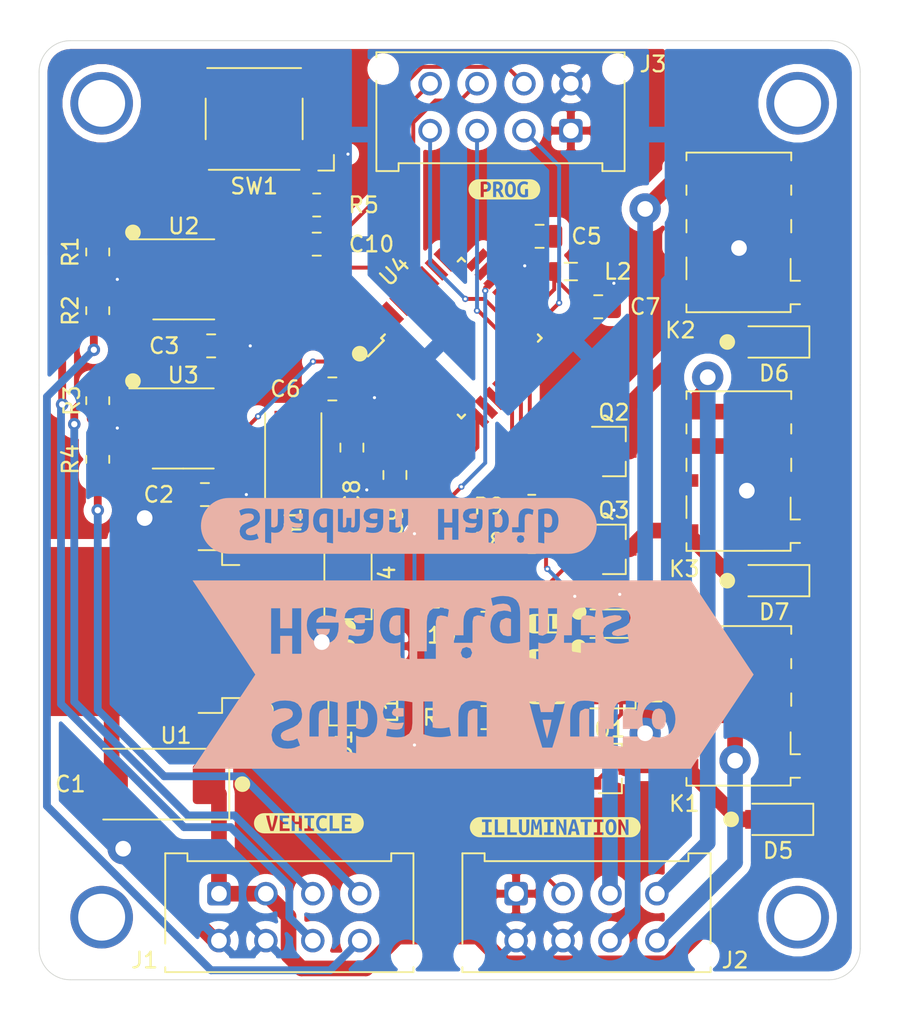
<source format=kicad_pcb>
(kicad_pcb (version 20211014) (generator pcbnew)
  (title_block (title "Subaru Auto Headlights PCB") (date "2021-08-30") (company "Shadman Habib"))
  (layers (0 "F.Cu" signal) (31 "B.Cu" signal) (34 "B.Paste" user) (35 "F.Paste" user) (36 "B.SilkS" user "B.Silkscreen") (37 "F.SilkS" user "F.Silkscreen") (38 "B.Mask" user) (39 "F.Mask" user) (44 "Edge.Cuts" user))
  (net 0 "")
  (net 1 "GND")
  (net 2 "+12V")
  (net 3 "+3V3")
  (net 4 "Net-(C5-Pad1)")
  (net 5 "Net-(C7-Pad2)")
  (net 6 "Net-(C8-Pad2)")
  (net 7 "Net-(C9-Pad2)")
  (net 8 "Net-(C10-Pad2)")
  (net 9 "RST")
  (net 10 "Net-(D1-Pad1)")
  (net 11 "Net-(D2-Pad2)")
  (net 12 "Net-(D3-Pad2)")
  (net 13 "Net-(D4-Pad2)")
  (net 14 "/UNLOCK_IN")
  (net 15 "/LOCK_IN")
  (net 16 "/MODE_IN")
  (net 17 "/IGN_IN")
  (net 18 "/PS_NC")
  (net 19 "/PS_COM")
  (net 20 "/PL")
  (net 21 "/HL")
  (net 22 "/LIGHT")
  (net 23 "/SCL")
  (net 24 "/SDA")
  (net 25 "/MISO")
  (net 26 "/MOSI")
  (net 27 "/SCK")
  (net 28 "Net-(K2-Pad2)")
  (net 29 "Net-(K2-Pad7)")
  (net 30 "Net-(K3-Pad2)")
  (net 31 "Net-(K3-Pad7)")
  (net 32 "Net-(Q1-Pad1)")
  (net 33 "Net-(Q2-Pad1)")
  (net 34 "Net-(Q3-Pad1)")
  (net 35 "Net-(R1-Pad1)")
  (net 36 "Net-(R2-Pad1)")
  (net 37 "Net-(R3-Pad1)")
  (net 38 "Net-(R4-Pad1)")
  (net 39 "PARK_SW")
  (net 40 "HEADLIGHT_SW")
  (net 41 "PARKLIGHT_SW")
  (net 42 "/LOCK")
  (net 43 "/UNLOCK")
  (net 44 "/IGN")
  (net 45 "/MODE")
  (net 46 "Net-(U4-Pad31)")
  (net 47 "Net-(U4-Pad30)")
  (net 48 "Net-(U4-Pad26)")
  (net 49 "Net-(U4-Pad25)")
  (net 50 "Net-(U4-Pad24)")
  (net 51 "Net-(U4-Pad23)")
  (net 52 "Net-(U4-Pad19)")
  (net 53 "Net-(U4-Pad11)")
  (net 54 "Net-(U4-Pad10)")
  (net 55 "Net-(U4-Pad6)")
  (net 56 "Net-(U4-Pad3)")
  (net 57 "Net-(D5-Pad2)")
  (net 58 "Net-(D6-Pad2)")
  (net 59 "Net-(D7-Pad2)")
  (footprint "Capacitor_Tantalum_SMD:CP_EIA-7343-31_Kemet-D" (layer "F.Cu") (at 127.75 107.5 180)
    (fp_text reference "C1")
    (fp_text value "220uF")
  )
  (footprint "Capacitor_SMD:C_0805_2012Metric" (layer "F.Cu") (at 130.6 89 180)
    (fp_text reference "C2")
    (fp_text value "0.1uF")
  )
  (footprint "Capacitor_SMD:C_0805_2012Metric" (layer "F.Cu") (at 131 79.5 180)
    (fp_text reference "C3")
    (fp_text value "0.1uF")
  )
  (footprint "Capacitor_Tantalum_SMD:CP_EIA-3528-21_Kemet-B" (layer "F.Cu") (at 139.75 94.5 90)
    (fp_text reference "C4")
    (fp_text value "100uF")
  )
  (footprint "Capacitor_SMD:C_0805_2012Metric" (layer "F.Cu") (at 152 72.5 180)
    (fp_text reference "C5")
    (fp_text value "0.1uF")
  )
  (footprint "Capacitor_SMD:C_0805_2012Metric" (layer "F.Cu") (at 138.75 82.25)
    (fp_text reference "C6")
    (fp_text value "0.1uF")
  )
  (footprint "Capacitor_SMD:C_0805_2012Metric" (layer "F.Cu") (at 155.75 77 180)
    (fp_text reference "C7")
    (fp_text value "0.1uF")
  )
  (footprint "Capacitor_SMD:C_0805_2012Metric" (layer "F.Cu") (at 140 86 90)
    (fp_text reference "C8")
    (fp_text value "22pF")
  )
  (footprint "Capacitor_SMD:C_0805_2012Metric" (layer "F.Cu") (at 142.75 87.75 90)
    (fp_text reference "C9")
    (fp_text value "22pF")
  )
  (footprint "Capacitor_SMD:C_0805_2012Metric" (layer "F.Cu") (at 137.75 73 180)
    (fp_text reference "C10")
    (fp_text value "0.1uF")
  )
  (footprint "Diode_SMD:D_SOD-123" (layer "F.Cu") (at 139.5 101.5 90)
    (fp_text reference "D1")
    (fp_text value "B340")
  )
  (footprint "LED_SMD:LED_0805_2012Metric_Castellated" (layer "F.Cu") (at 156.25 101.75 180)
    (fp_text reference "D2")
    (fp_text value "LED")
  )
  (footprint "LED_SMD:LED_0805_2012Metric_Castellated" (layer "F.Cu") (at 156.25 97.25 180)
    (fp_text reference "D3")
    (fp_text value "LED")
  )
  (footprint "LED_SMD:LED_0805_2012Metric_Castellated" (layer "F.Cu") (at 156.25 99.5 180)
    (fp_text reference "D4")
    (fp_text value "LED")
  )
  (footprint "Connector_Molex:Molex_Micro-Fit_3.0_43045-0812_2x04_P3.00mm_Vertical" (layer "F.Cu") (at 131.5 114.5)
    (fp_text reference "J1")
    (fp_text value "Conn_01x08")
  )
  (footprint "Connector_Molex:Molex_Micro-Fit_3.0_43045-0812_2x04_P3.00mm_Vertical" (layer "F.Cu") (at 150.5 114.5)
    (fp_text reference "J2")
    (fp_text value "Conn_01x08")
  )
  (footprint "Connector_Molex:Molex_Micro-Fit_3.0_43045-0812_2x04_P3.00mm_Vertical" (layer "F.Cu") (at 154 65.75 180)
    (fp_text reference "J3")
    (fp_text value "Conn_01x08")
  )
  (footprint "Relay_SMD:Relay_DPDT_Omron_G6K-2F-Y" (layer "F.Cu") (at 164.75 102.5 180)
    (fp_text reference "K1")
    (fp_text value "G6K-2")
  )
  (footprint "Relay_SMD:Relay_DPDT_Omron_G6K-2F-Y" (layer "F.Cu") (at 164.75 72.25 180)
    (fp_text reference "K2")
    (fp_text value "G6K-2")
  )
  (footprint "Relay_SMD:Relay_DPDT_Omron_G6K-2F-Y" (layer "F.Cu") (at 164.75 87.5 180)
    (fp_text reference "K3")
    (fp_text value "G6K-2")
  )
  (footprint "Inductor_SMD:L_0805_2012Metric" (layer "F.Cu") (at 142.5 99.75 90)
    (fp_text reference "L1")
    (fp_text value "100uH")
  )
  (footprint "Inductor_SMD:L_0805_2012Metric" (layer "F.Cu") (at 154 74.75 180)
    (fp_text reference "L2")
    (fp_text value "10uH")
  )
  (footprint "Resistor_SMD:R_0805_2012Metric" (layer "F.Cu") (at 123.75 73.5 90)
    (fp_text reference "R1")
    (fp_text value "1k")
  )
  (footprint "Resistor_SMD:R_0805_2012Metric" (layer "F.Cu") (at 123.75 77.25 -90)
    (fp_text reference "R2")
    (fp_text value "1k")
  )
  (footprint "Resistor_SMD:R_0805_2012Metric" (layer "F.Cu") (at 123.75 83 90)
    (fp_text reference "R3")
    (fp_text value "1k")
  )
  (footprint "Resistor_SMD:R_0805_2012Metric" (layer "F.Cu") (at 123.75 86.75 -90)
    (fp_text reference "R4")
    (fp_text value "1k")
  )
  (footprint "Resistor_SMD:R_0805_2012Metric" (layer "F.Cu") (at 137.75 70.5 180)
    (fp_text reference "R5")
    (fp_text value "1k")
  )
  (footprint "Resistor_SMD:R_0805_2012Metric" (layer "F.Cu") (at 148.5 101)
    (fp_text reference "R6")
    (fp_text value "330")
  )
  (footprint "Resistor_SMD:R_0805_2012Metric" (layer "F.Cu") (at 148.5 103.25 180)
    (fp_text reference "R7")
    (fp_text value "1k")
  )
  (footprint "Resistor_SMD:R_0805_2012Metric" (layer "F.Cu") (at 151.5 92)
    (fp_text reference "R8")
    (fp_text value "330")
  )
  (footprint "Resistor_SMD:R_0805_2012Metric" (layer "F.Cu") (at 151.5 89.75 180)
    (fp_text reference "R9")
    (fp_text value "1k")
  )
  (footprint "Resistor_SMD:R_0805_2012Metric" (layer "F.Cu") (at 148.55 98.05)
    (fp_text reference "R10")
    (fp_text value "330")
  )
  (footprint "Resistor_SMD:R_0805_2012Metric" (layer "F.Cu") (at 148.5 95.75 180)
    (fp_text reference "R11")
    (fp_text value "1k")
  )
  (footprint "Button_Switch_SMD:SW_SPST_Omron_B3FS-100xP" (layer "F.Cu") (at 133.75 65 180)
    (fp_text reference "SW1")
    (fp_text value "SW_DPST_x2")
  )
  (footprint "Package_TO_SOT_SMD:TO-263-5_TabPin3" (layer "F.Cu") (at 128.75 97.75 180)
    (fp_text reference "U1")
    (fp_text value "LM2595S-3.3")
  )
  (footprint "Package_SO:SO-8_3.9x4.9mm_P1.27mm" (layer "F.Cu") (at 129.25 75.25)
    (fp_text reference "U2")
    (fp_text value "TLP2168(TP,F)")
  )
  (footprint "Package_SO:SO-8_3.9x4.9mm_P1.27mm" (layer "F.Cu") (at 129.215001 84.775001)
    (fp_text reference "U3")
    (fp_text value "TLP2168(TP,F)")
  )
  (footprint "Package_QFP:TQFP-32_7x7mm_P0.8mm" (layer "F.Cu") (at 147 79 45)
    (fp_text reference "U4")
    (fp_text value "ATmega328PB-AU")
  )
  (footprint "Crystal:Crystal_SMD_5032-2Pin_5.0x3.2mm" (layer "F.Cu") (at 136.25 86.5 90)
    (fp_text reference "Y1")
    (fp_text value "8MHz")
  )
  (footprint "Diode_SMD:D_SOD-123" (layer "F.Cu") (at 167.25 109.75 180)
    (fp_text reference "D5")
    (fp_text value "D")
  )
  (footprint "Diode_SMD:D_SOD-123" (layer "F.Cu") (at 167 79.25 180)
    (fp_text reference "D6")
    (fp_text value "D")
  )
  (footprint "Diode_SMD:D_SOD-123" (layer "F.Cu") (at 167 94.5 180)
    (fp_text reference "D7")
    (fp_text value "D")
  )
  (footprint "Package_TO_SOT_SMD:SOT-23" (layer "F.Cu") (at 156.5 106.5)
    (fp_text reference "Q1")
    (fp_text value "2N7002")
  )
  (footprint "Package_TO_SOT_SMD:SOT-23" (layer "F.Cu") (at 156.75 86.25)
    (fp_text reference "Q2")
    (fp_text value "2N7002")
  )
  (footprint "Package_TO_SOT_SMD:SOT-23" (layer "F.Cu") (at 156.75 92.5)
    (fp_text reference "Q3")
    (fp_text value "2N7002")
  )
  (footprint "label" (layer "F.Cu") (at 152.5 97.25)
    (fp_text reference "kibuzzard-612DA640" hide)
    (fp_text value "G***" hide)
  )
  (footprint "label" (layer "F.Cu") (at 152.5 99.5)
    (fp_text reference "kibuzzard-612DA65A" hide)
    (fp_text value "G***" hide)
  )
  (footprint "label" (layer "F.Cu") (at 152.5 101.75)
    (fp_text reference "kibuzzard-612DA66E" hide)
    (fp_text value "G***" hide)
  )
  (footprint "label" (layer "F.Cu") (at 137.25 110)
    (fp_text reference "kibuzzard-612DA6C3" hide)
    (fp_text value "G***" hide)
  )
  (footprint "label" (layer "F.Cu") (at 153 110.25)
    (fp_text reference "kibuzzard-612DA6E7" hide)
    (fp_text value "G***" hide)
  )
  (footprint "label" (layer "F.Cu") (at 149.75 69.5)
    (fp_text reference "kibuzzard-612DA714" hide)
    (fp_text value "G***" hide)
  )
  (footprint "label" (layer "B.Cu") (at 147.75 100.5)
    (fp_text reference "kibuzzard-612DA797" hide)
    (fp_text value "G***" hide)
  )
  (footprint "label" (layer "B.Cu") (at 143 91)
    (fp_text reference "kibuzzard-612DA7BB" hide)
    (fp_text value "G***" hide)
  )
  (gr_circle (center 154.5 101) (end 154.75 101) (layer "F.SilkS") (width 0.5) (fill none))
  (gr_circle (center 133 107.5) (end 133.25 107.5) (layer "F.SilkS") (width 0.5) (fill none))
  (gr_circle (center 134.5 102.75) (end 134.75 102.75) (layer "F.SilkS") (width 0.5) (fill none))
  (gr_circle (center 164 94.5) (end 164.25 94.5) (layer "F.SilkS") (width 0.5) (fill none))
  (gr_circle (center 139.75 98.75) (end 140 98.75) (layer "F.SilkS") (width 0.5) (fill none))
  (gr_circle (center 140.5 80) (end 140.75 80) (layer "F.SilkS") (width 0.5) (fill none))
  (gr_circle (center 126 81.75) (end 126.25 81.75) (layer "F.SilkS") (width 0.5) (fill none))
  (gr_circle (center 164 79.25) (end 164.25 79.25) (layer "F.SilkS") (width 0.5) (fill none))
  (gr_circle (center 154.5 96.5) (end 154.75 96.5) (layer "F.SilkS") (width 0.5) (fill none))
  (gr_circle (center 139.75 97.5) (end 140 97.5) (layer "F.SilkS") (width 0.5) (fill none))
  (gr_circle (center 164.25 109.75) (end 164.5 109.75) (layer "F.SilkS") (width 0.5) (fill none))
  (gr_circle (center 154.5 98.75) (end 154.75 98.75) (layer "F.SilkS") (width 0.5) (fill none))
  (gr_circle (center 126 72.25) (end 126.25 72.25) (layer "F.SilkS") (width 0.5) (fill none))
  (gr_line (start 172.5 118) (end 172.5 82) (layer "Edge.Cuts") (width 0.05))
  (gr_line (start 120 82) (end 120 118) (layer "Edge.Cuts") (width 0.05))
  (gr_line (start 172.5 62) (end 172.5 82) (layer "Edge.Cuts") (width 0.05))
  (gr_line (start 120 82) (end 120 62) (layer "Edge.Cuts") (width 0.05))
  (gr_line (start 170 60) (end 122 60) (layer "Edge.Cuts") (width 0.05))
  (gr_line (start 170.5 60) (end 170 60) (layer "Edge.Cuts") (width 0.05))
  (gr_line (start 170.5 120) (end 122 120) (layer "Edge.Cuts") (width 0.05))
  (gr_arc (start 170.5 60) (mid 171.914214 60.585786) (end 172.5 62) (layer "Edge.Cuts") (width 0.05))
  (gr_arc (start 172.5 118) (mid 171.914214 119.414214) (end 170.5 120) (layer "Edge.Cuts") (width 0.05))
  (gr_arc (start 120 62) (mid 120.585786 60.585786) (end 122 60) (layer "Edge.Cuts") (width 0.05))
  (gr_arc (start 122 120) (mid 120.585786 119.414214) (end 120 118) (layer "Edge.Cuts") (width 0.05))
  (via (at 124 64) (size 4) (drill 3) (layers "F.Cu" "B.Cu") (net 0))
  (via (at 168.5 116) (size 4) (drill 3) (layers "F.Cu" "B.Cu") (net 0))
  (via (at 168.5 64) (size 4) (drill 3) (layers "F.Cu" "B.Cu") (net 0))
  (via (at 124 116) (size 4) (drill 3) (layers "F.Cu" "B.Cu") (net 0))
  (segment (start 125.375 111.625) (end 131.25 117.5) (width 1) (layer "F.Cu") (net 1))
  (segment (start 138.075 98.425) (end 137.4 97.75) (width 1) (layer "F.Cu") (net 1))
  (segment (start 140.95 88.7) (end 142.75 88.7) (width 0.25) (layer "F.Cu") (net 1))
  (segment (start 151.05 74.384314) (end 149.722361 75.711953) (width 0.25) (layer "F.Cu") (net 1))
  (segment (start 141.442489 82.807511) (end 143.758175 82.807511) (width 0.25) (layer "F.Cu") (net 1))
  (segment (start 156.75 90) (end 156.75 92.45) (width 0.25) (layer "F.Cu") (net 1))
  (segment (start 157.125 95.375) (end 157.2125 95.4625) (width 0.25) (layer "F.Cu") (net 1))
  (segment (start 125.375 97.75) (end 134.525 97.75) (width 1) (layer "F.Cu") (net 1))
  (segment (start 156.5 106.45) (end 155.5 107.45) (width 0.25) (layer "F.Cu") (net 1))
  (segment (start 124.6375 107.5) (end 124.6375 98.4875) (width 1) (layer "F.Cu") (net 1))
  (segment (start 140 86.95) (end 140 87.75) (width 0.25) (layer "F.Cu") (net 1))
  (segment (start 164.9 85.9) (end 164.9 88.4) (width 1) (layer "F.Cu") (net 1))
  (segment (start 156.75 92.45) (end 155.75 93.45) (width 0.25) (layer "F.Cu") (net 1))
  (segment (start 140 87.75) (end 140.95 88.7) (width 0.25) (layer "F.Cu") (net 1))
  (segment (start 131.55 89) (end 131.55 86.920002) (width 0.25) (layer "F.Cu") (net 1))
  (segment (start 151.05 72.5) (end 151.05 74.384314) (width 0.25) (layer "F.Cu") (net 1))
  (segment (start 126.640001 85.410001) (end 126.640001 84.140001) (width 0.25) (layer "F.Cu") (net 1))
  (segment (start 157.2125 97.25) (end 157.2125 99.5) (width 0.25) (layer "F.Cu") (net 1))
  (segment (start 164.6 70.65) (end 164.6 73.1) (width 1) (layer "F.Cu") (net 1))
  (segment (start 131.25 117.5) (end 131.5 117.5) (width 1) (layer "F.Cu") (net 1))
  (segment (start 131.95 79.5) (end 133.5 79.5) (width 0.25) (layer "F.Cu") (net 1))
  (segment (start 157.2125 99.5) (end 157.2125 101.75) (width 0.25) (layer "F.Cu") (net 1))
  (segment (start 137.5375 92.9625) (end 139.75 92.9625) (width 1) (layer "F.Cu") (net 1))
  (segment (start 131.55 89) (end 133.25 89) (width 0.25) (layer "F.Cu") (net 1))
  (segment (start 126.675 74.615) (end 125.635 74.615) (width 0.25) (layer "F.Cu") (net 1))
  (segment (start 151.05 74.384314) (end 151.05 74.384314) (width 0.25) (layer "F.Cu") (net 1))
  (segment (start 126.675 74.615) (end 126.675 75.885) (width 0.25) (layer "F.Cu") (net 1))
  (segment (start 155.75 87.2) (end 155.75 89) (width 0.25) (layer "F.Cu") (net 1))
  (segment (start 139.5 99.85) (end 138.075 98.425) (width 1) (layer "F.Cu") (net 1))
  (segment (start 155.75 94) (end 157.125 95.375) (width 0.25) (layer "F.Cu") (net 1))
  (segment (start 131.95 79.5) (end 131.95 77.28) (width 0.25) (layer "F.Cu") (net 1))
  (segment (start 168.25 85.9) (end 164.9 85.9) (width 1) (layer "F.Cu") (net 1))
  (segment (start 139.7 82.25) (end 140.257511 82.807511) (width 0.25) (layer "F.Cu") (net 1))
  (segment (start 155.75 89) (end 156.75 90) (width 0.25) (layer "F.Cu") (net 1))
  (segment (start 136.15 94.35) (end 137.5375 92.9625) (width 1) (layer "F.Cu") (net 1))
  (segment (start 125.609999 84.140001) (end 125 84.75) (width 0.25) (layer "F.Cu") (net 1))
  (segment (start 156.7 77) (end 156.7 75.55) (width 0.25) (layer "F.Cu") (net 1))
  (segment (start 131.95 77.28) (end 131.825 77.155) (width 0.25) (layer "F.Cu") (net 1))
  (segment (start 131.55 86.920002) (end 131.790001 86.680001) (width 0.25) (layer "F.Cu") (net 1))
  (segment (start 156.5 103.75) (end 156.5 106.45) (width 0.25) (layer "F.Cu") (net 1))
  (segment (start 164.6 73.1) (end 164.75 73.25) (width 1) (layer "F.Cu") (net 1))
  (segment (start 137.4 97.75) (end 134.525 97.75) (width 1) (layer "F.Cu") (net 1))
  (segment (start 168.25 70.65) (end 164.6 70.65) (width 1) (layer "F.Cu") (net 1))
  (segment (start 156.7 75.55) (end 156.75 75.5) (width 0.25) (layer "F.Cu") (net 1))
  (segment (start 157.2125 103.0375) (end 156.5 103.75) (width 0.25) (layer "F.Cu") (net 1))
  (segment (start 157.2125 101.75) (end 157.2125 103.0375) (width 0.25) (layer "F.Cu") (net 1))
  (segment (start 124.6375 107.5) (end 124.6375 110.8875) (width 1) (layer "F.Cu") (net 1))
  (segment (start 140.257511 82.807511) (end 141.442489 82.807511) (width 0.25) (layer "F.Cu") (net 1))
  (segment (start 126.640001 84.140001) (end 125.609999 84.140001) (width 0.25) (layer "F.Cu") (net 1))
  (segment (start 125.635 74.615) (end 125 75.25) (width 0.25) (layer "F.Cu") (net 1))
  (segment (start 143.758175 82.807511) (end 144.277639 82.288047) (width 0.25) (layer "F.Cu") (net 1))
  (segment (start 164.9 85.9) (end 161.25 85.9) (width 1) (layer "F.Cu") (net 1))
  (segment (start 155.75 93.45) (end 155.75 94) (width 0.25) (layer "F.Cu") (net 1))
  (segment (start 164.6 70.65) (end 161.25 70.65) (width 1) (layer "F.Cu") (net 1))
  (segment (start 125.375 91.875) (end 126.75 90.5) (width 1) (layer "F.Cu") (net 1))
  (segment (start 124.6375 98.4875) (end 125.375 97.75) (width 1) (layer "F.Cu") (net 1))
  (segment (start 125.375 97.75) (end 125.375 91.875) (width 1) (layer "F.Cu") (net 1))
  (segment (start 140.95 88.7) (end 140.95 88.7) (width 0.25) (layer "F.Cu") (net 1))
  (segment (start 164.9 88.4) (end 165.25 88.75) (width 1) (layer "F.Cu") (net 1))
  (segment (start 134.525 94.35) (end 136.15 94.35) (width 1) (layer "F.Cu") (net 1))
  (segment (start 125.375 97.75) (end 128.775 94.35) (width 1) (layer "F.Cu") (net 1))
  (segment (start 124.6375 110.8875) (end 125.375 111.625) (width 1) (layer "F.Cu") (net 1))
  (segment (start 137.75 67.25) (end 139.75 67.25) (width 0.25) (layer "F.Cu") (net 1))
  (segment (start 131.65 86.820002) (end 131.790001 86.680001) (width 0.25) (layer "F.Cu") (net 1))
  (segment (start 156.75 90) (end 156.75 90) (width 0.25) (layer "F.Cu") (net 1))
  (segment (start 157.2125 95.4625) (end 157.2125 97.25) (width 0.25) (layer "F.Cu") (net 1))
  (segment (start 128.775 94.35) (end 134.525 94.35) (width 1) (layer "F.Cu") (net 1))
  (via (at 141.442489 82.807511) (size 0.4) (drill 0.2) (layers "F.Cu" "B.Cu") (net 1))
  (via (at 133.5 79.5) (size 0.4) (drill 0.2) (layers "F.Cu" "B.Cu") (net 1))
  (via (at 151.05 74.384314) (size 0.4) (drill 0.2) (layers "F.Cu" "B.Cu") (net 1))
  (via (at 139.75 67.25) (size 0.4) (drill 0.2) (layers "F.Cu" "B.Cu") (net 1))
  (via (at 125 75.25) (size 0.4) (drill 0.2) (layers "F.Cu" "B.Cu") (net 1))
  (via (at 126.75 90.5) (size 2) (drill 1) (layers "F.Cu" "B.Cu") (net 1))
  (via (at 156.75 90) (size 0.4) (drill 0.2) (layers "F.Cu" "B.Cu") (net 1))
  (via (at 140.95 88.7) (size 0.4) (drill 0.2) (layers "F.Cu" "B.Cu") (net 1))
  (via (at 125 84.75) (size 0.4) (drill 0.2) (layers "F.Cu" "B.Cu") (net 1))
  (via (at 157.125 95.375) (size 0.4) (drill 0.2) (layers "F.Cu" "B.Cu") (net 1))
  (via (at 156.75 75.5) (size 0.4) (drill 0.2) (layers "F.Cu" "B.Cu") (net 1))
  (via (at 133.25 89) (size 0.4) (drill 0.2) (layers "F.Cu" "B.Cu") (net 1))
  (via (at 125.375 111.625) (size 2) (drill 1) (layers "F.Cu" "B.Cu") (net 1))
  (via (at 138.075 98.425) (size 2) (drill 1) (layers "F.Cu" "B.Cu") (net 1))
  (via (at 164.75 73.25) (size 2) (drill 1) (layers "F.Cu" "B.Cu") (net 1))
  (via (at 165.25 88.75) (size 2) (drill 1) (layers "F.Cu" "B.Cu") (net 1))
  (segment (start 146 79) (end 144 81) (width 1) (layer "B.Cu") (net 1))
  (segment (start 154 79) (end 156 81) (width 1) (layer "B.Cu") (net 1))
  (segment (start 142 73) (end 138 73) (width 1) (layer "B.Cu") (net 1))
  (segment (start 142 66) (end 138 66) (width 1) (layer "B.Cu") (net 1))
  (segment (start 158 66) (end 161 66) (width 1) (layer "B.Cu") (net 1))
  (segment (start 130.8625 100.702498) (end 132.114998 99.45) (width 1) (layer "F.Cu") (net 2))
  (segment (start 170.25 89.3) (end 168.25 91.3) (width 1) (layer "F.Cu") (net 2))
  (segment (start 168.25 78.85) (end 168.65 79.25) (width 1) (layer "F.Cu") (net 2))
  (segment (start 134.5 114.5) (end 135.950001 115.950001) (width 1) (layer "F.Cu") (net 2))
  (segment (start 170.5 104.05) (end 168.25 106.3) (width 1) (layer "F.Cu") (net 2))
  (segment (start 135.950001 118.450001) (end 136.77499 119.27499) (width 1) (layer "F.Cu") (net 2))
  (segment (start 149.786003 118.950001) (end 160.213997 118.950001) (width 1) (layer "F.Cu") (net 2))
  (segment (start 168.25 94.1) (end 168.65 94.5) (width 1) (layer "F.Cu") (net 2))
  (segment (start 168.9 110.263998) (end 168.9 109.75) (width 1) (layer "F.Cu") (net 2))
  (segment (start 140.889008 119.27499) (end 142.923999 117.239999) (width 1) (layer "F.Cu") (net 2))
  (segment (start 168.610002 98.7) (end 170.5 100.589998) (width 1) (layer "F.Cu") (net 2))
  (segment (start 130.8625 107.5) (end 130.8625 100.702498) (width 1) (layer "F.Cu") (net 2))
  (segment (start 148.076001 117.239999) (end 149.786003 118.950001) (width 1) (layer "F.Cu") (net 2))
  (segment (start 168.25 109.1) (end 168.9 109.75) (width 1) (layer "F.Cu") (net 2))
  (segment (start 170.5 100.589998) (end 170.5 104.05) (width 1) (layer "F.Cu") (net 2))
  (segment (start 161.25 98.7) (end 168.25 98.7) (width 1) (layer "F.Cu") (net 2))
  (segment (start 168.25 76.05) (end 168.25 78.85) (width 1) (layer "F.Cu") (net 2))
  (segment (start 168.25 91.3) (end 168.25 94.1) (width 1) (layer "F.Cu") (net 2))
  (segment (start 136.77499 119.27499) (end 140.889008 119.27499) (width 1) (layer "F.Cu") (net 2))
  (segment (start 134.5 114.5) (end 131.5 114.5) (width 1) (layer "F.Cu") (net 2))
  (segment (start 168.65 98.3) (end 168.25 98.7) (width 1) (layer "F.Cu") (net 2))
  (segment (start 135.950001 115.950001) (end 135.950001 118.450001) (width 1) (layer "F.Cu") (net 2))
  (segment (start 168.65 94.5) (end 168.75 94.5) (width 1) (layer "F.Cu") (net 2))
  (segment (start 142.923999 117.239999) (end 148.076001 117.239999) (width 1) (layer "F.Cu") (net 2))
  (segment (start 131.5 114.5) (end 131.5 108.1375) (width 1) (layer "F.Cu") (net 2))
  (segment (start 168.25 98.7) (end 168.610002 98.7) (width 1) (layer "F.Cu") (net 2))
  (segment (start 168.25 106.3) (end 168.25 109.1) (width 1) (layer "F.Cu") (net 2))
  (segment (start 168.65 79.25) (end 170.25 80.85) (width 1) (layer "F.Cu") (net 2))
  (segment (start 168.65 94.5) (end 168.65 98.3) (width 1) (layer "F.Cu") (net 2))
  (segment (start 170.25 80.85) (end 170.25 89.3) (width 1) (layer "F.Cu") (net 2))
  (segment (start 132.114998 99.45) (end 134.525 99.45) (width 1) (layer "F.Cu") (net 2))
  (segment (start 160.213997 118.950001) (end 168.9 110.263998) (width 1) (layer "F.Cu") (net 2))
  (segment (start 131.5 108.1375) (end 130.8625 107.5) (width 1) (layer "F.Cu") (net 2))
  (segment (start 141.605416 82.241826) (end 142.909662 82.241826) (width 0.25) (layer "F.Cu") (net 3))
  (segment (start 137.8 82.25) (end 138.85001 81.19999) (width 0.25) (layer "F.Cu") (net 3))
  (segment (start 142.909662 82.241826) (end 143.429127 81.722361) (width 0.25) (layer "F.Cu") (net 3))
  (segment (start 138.85001 81.19999) (end 140.56358 81.19999) (width 0.25) (layer "F.Cu") (net 3))
  (segment (start 143.429127 81.722361) (end 143.711953 81.722361) (width 0.25) (layer "F.Cu") (net 3))
  (segment (start 140.56358 81.19999) (end 141.605416 82.241826) (width 0.25) (layer "F.Cu") (net 3))
  (segment (start 151.75 74.815686) (end 150.288047 76.277639) (width 0.25) (layer "F.Cu") (net 4))
  (segment (start 151.75 73.7) (end 151.75 74.815686) (width 0.25) (layer "F.Cu") (net 4))
  (segment (start 152.95 72.5) (end 151.75 73.7) (width 0.25) (layer "F.Cu") (net 4))
  (segment (start 152.9375 75.890927) (end 152.9375 74.75) (width 0.25) (layer "F.Cu") (net 5))
  (segment (start 154.8 77) (end 152.9375 75.1375) (width 0.25) (layer "F.Cu") (net 5))
  (segment (start 152.9375 75.1375) (end 152.9375 74.75) (width 0.25) (layer "F.Cu") (net 5))
  (segment (start 151.419417 77.40901) (end 152.9375 75.890927) (width 0.25) (layer "F.Cu") (net 5))
  (segment (start 143.778427 85.05) (end 145.40901 83.419417) (width 0.25) (layer "F.Cu") (net 6))
  (segment (start 140 85.05) (end 136.65 85.05) (width 0.25) (layer "F.Cu") (net 6))
  (segment (start 136.65 85.05) (end 136.25 84.65) (width 0.25) (layer "F.Cu") (net 6))
  (segment (start 140 85.05) (end 143.778427 85.05) (width 0.25) (layer "F.Cu") (net 6))
  (segment (start 145.974695 83.985103) (end 143.159798 86.8) (width 0.25) (layer "F.Cu") (net 7))
  (segment (start 138.6 86) (end 136.25 88.35) (width 0.25) (layer "F.Cu") (net 7))
  (segment (start 142.75 86.8) (end 141.95 86) (width 0.25) (layer "F.Cu") (net 7))
  (segment (start 141.95 86) (end 138.6 86) (width 0.25) (layer "F.Cu") (net 7))
  (segment (start 143.159798 86.8) (end 142.75 86.8) (width 0.25) (layer "F.Cu") (net 7))
  (segment (start 133.5875 67.25) (end 136.8375 70.5) (width 0.25) (layer "F.Cu") (net 8))
  (segment (start 138.3 74.5) (end 141.934314 74.5) (width 0.25) (layer "F.Cu") (net 8))
  (segment (start 136.8375 70.5) (end 136.8375 72.9625) (width 0.25) (layer "F.Cu") (net 8))
  (segment (start 129.75 67.25) (end 133.5875 67.25) (width 0.25) (layer "F.Cu") (net 8))
  (segment (start 141.934314 74.5) (end 143.711953 76.277639) (width 0.25) (layer "F.Cu") (net 8))
  (segment (start 136.8375 72.9625) (end 136.8 73) (width 0.25) (layer "F.Cu") (net 8))
  (segment (start 136.8 73) (end 138.3 74.5) (width 0.25) (layer "F.Cu") (net 8))
  (segment (start 142.75 68.95) (end 138.7 73) (width 0.25) (layer "F.Cu") (net 9))
  (segment (start 144.483999 61.674999) (end 142.75 63.408998) (width 0.25) (layer "F.Cu") (net 9))
  (segment (start 151 62.75) (end 149.924999 61.674999) (width 0.25) (layer "F.Cu") (net 9))
  (segment (start 142.75 63.408998) (end 142.75 68.95) (width 0.25) (layer "F.Cu") (net 9))
  (segment (start 149.924999 61.674999) (end 144.483999 61.674999) (width 0.25) (layer "F.Cu") (net 9))
  (segment (start 140.1625 103.15) (end 142.5 100.8125) (width 1) (layer "F.Cu") (net 10))
  (segment (start 134.525 101.15) (end 137.5 101.15) (width 1) (layer "F.Cu") (net 10))
  (segment (start 137.5 101.15) (end 139.5 103.15) (width 1) (layer "F.Cu") (net 10))
  (segment (start 139.5 103.15) (end 140.1625 103.15) (width 1) (layer "F.Cu") (net 10))
  (segment (start 149.4125 101) (end 154.5375 101) (width 0.25) (layer "F.Cu") (net 11))
  (segment (start 154.5375 101) (end 155.2875 101.75) (width 0.25) (layer "F.Cu") (net 11))
  (segment (start 154.25 96.2125) (end 155.2875 97.25) (width 0.25) (layer "F.Cu") (net 12))
  (segment (start 152.4125 92) (end 152.4125 93.6625) (width 0.25) (layer "F.Cu") (net 12))
  (segment (start 152.4125 93.6625) (end 152.5 93.75) (width 0.25) (layer "F.Cu") (net 12))
  (segment (start 154.25 95.5) (end 154.25 96.2125) (width 0.25) (layer "F.Cu") (net 12))
  (via (at 154.25 95.5) (size 0.4) (drill 0.2) (layers "F.Cu" "B.Cu") (net 12))
  (via (at 152.5 93.75) (size 0.4) (drill 0.2) (layers "F.Cu" "B.Cu") (net 12))
  (segment (start 152.5 93.75) (end 154.25 95.5) (width 0.25) (layer "B.Cu") (net 12))
  (segment (start 149.4625 98.05) (end 153.8375 98.05) (width 0.25) (layer "F.Cu") (net 13))
  (segment (start 153.8375 98.05) (end 155.2875 99.5) (width 0.25) (layer "F.Cu") (net 13))
  (segment (start 123.5 79.75) (end 123.5 78.4125) (width 0.5) (layer "F.Cu") (net 14))
  (segment (start 123.5 78.4125) (end 123.75 78.1625) (width 0.5) (layer "F.Cu") (net 14))
  (via (at 123.5 79.75) (size 0.8) (drill 0.4) (layers "F.Cu" "B.Cu") (net 14))
  (segment (start 138.609999 119.390001) (end 130.993999 119.390001) (width 0.5) (layer "B.Cu") (net 14))
  (segment (start 140.5 117.5) (end 138.609999 119.390001) (width 0.5) (layer "B.Cu") (net 14))
  (segment (start 120.5 82.75) (end 123.5 79.75) (width 0.5) (layer "B.Cu") (net 14))
  (segment (start 120.5 108.896002) (end 120.5 82.75) (width 0.5) (layer "B.Cu") (net 14))
  (segment (start 130.993999 119.390001) (end 120.5 108.896002) (width 0.5) (layer "B.Cu") (net 14))
  (segment (start 122.9125 72.5875) (end 123.75 72.5875) (width 0.5) (layer "F.Cu") (net 15))
  (segment (start 121.474866 83.23869) (end 121.474866 74.025134) (width 0.5) (layer "F.Cu") (net 15))
  (segment (start 121.474866 74.025134) (end 122.9125 72.5875) (width 0.5) (layer "F.Cu") (net 15))
  (via (at 121.474866 83.23869) (size 0.8) (drill 0.4) (layers "F.Cu" "B.Cu") (net 15))
  (segment (start 121.399999 102.379924) (end 121.399999 83.313557) (width 0.5) (layer "B.Cu") (net 15))
  (segment (start 136 114) (end 132.25 110.25) (width 0.5) (layer "B.Cu") (net 15))
  (segment (start 137.5 117.5) (end 136 116) (width 0.5) (layer "B.Cu") (net 15))
  (segment (start 136 116) (end 136 114) (width 0.5) (layer "B.Cu") (net 15))
  (segment (start 129.270075 110.25) (end 121.399999 102.379924) (width 0.5) (layer "B.Cu") (net 15))
  (segment (start 132.25 110.25) (end 129.270075 110.25) (width 0.5) (layer "B.Cu") (net 15))
  (segment (start 121.399999 83.313557) (end 121.474866 83.23869) (width 0.5) (layer "B.Cu") (net 15))
  (segment (start 123.75 90) (end 123.75 87.6625) (width 0.5) (layer "F.Cu") (net 16))
  (via (at 123.75 90) (size 0.8) (drill 0.4) (layers "F.Cu" "B.Cu") (net 16))
  (segment (start 133 107) (end 128 107) (width 0.5) (layer "B.Cu") (net 16))
  (segment (start 123.75 102.75) (end 123.75 90) (width 0.5) (layer "B.Cu") (net 16))
  (segment (start 128 107) (end 123.75 102.75) (width 0.5) (layer "B.Cu") (net 16))
  (segment (start 140.5 114.5) (end 133 107) (width 0.5) (layer "B.Cu") (net 16))
  (segment (start 122.25 83.5875) (end 123.75 82.0875) (width 0.5) (layer "F.Cu") (net 17))
  (segment (start 122.25 84.5) (end 122.25 83.5875) (width 0.5) (layer "F.Cu") (net 17))
  (via (at 122.25 84.5) (size 0.8) (drill 0.4) (layers "F.Cu" "B.Cu") (net 17))
  (segment (start 122.25 84.5) (end 122.25 102.239962) (width 0.5) (layer "B.Cu") (net 17))
  (segment (start 137.5 114.5) (end 132.5 109.5) (width 0.5) (layer "B.Cu") (net 17))
  (segment (start 129.510038 109.5) (end 132.5 109.5) (width 0.5) (layer "B.Cu") (net 17))
  (segment (start 122.25 102.239962) (end 129.510038 109.5) (width 0.5) (layer "B.Cu") (net 17))
  (segment (start 168.25 103.1) (end 164.6 103.1) (width 1) (layer "F.Cu") (net 18))
  (segment (start 164.6 103.1) (end 161.25 103.1) (width 1) (layer "F.Cu") (net 18))
  (segment (start 164.5 106) (end 164.5 103.2) (width 1) (layer "F.Cu") (net 18))
  (via (at 164.5 106) (size 2) (drill 1) (layers "F.Cu" "B.Cu") (net 18))
  (segment (start 159.5 117.5) (end 164.5 112.5) (width 1) (layer "B.Cu") (net 18))
  (segment (start 164.5 112.5) (end 164.5 106) (width 1) (layer "B.Cu") (net 18))
  (segment (start 158.75 104.25) (end 158.75 102.835787) (width 1) (layer "F.Cu") (net 19))
  (segment (start 158.75 102.835787) (end 160.685787 100.9) (width 1) (layer "F.Cu") (net 19))
  (segment (start 168.25 100.9) (end 161.25 100.9) (width 1) (layer "F.Cu") (net 19))
  (segment (start 160.685787 100.9) (end 161.25 100.9) (width 1) (layer "F.Cu") (net 19))
  (via (at 158.75 104.25) (size 2) (drill 1) (layers "F.Cu" "B.Cu") (net 19))
  (segment (start 156.5 117.5) (end 157.950001 116.049999) (width 1) (layer "B.Cu") (net 19))
  (segment (start 157.950001 105.049999) (end 158.75 104.25) (width 1) (layer "B.Cu") (net 19))
  (segment (start 157.950001 116.049999) (end 157.950001 105.049999) (width 1) (layer "B.Cu") (net 19))
  (segment (start 162.75 82.2) (end 161.25 83.7) (width 1) (layer "F.Cu") (net 20))
  (segment (start 168.25 83.7) (end 161.25 83.7) (width 1) (layer "F.Cu") (net 20))
  (segment (start 162.75 81.5) (end 162.75 82.2) (width 1) (layer "F.Cu") (net 20))
  (via (at 162.75 81.5) (size 2) (drill 1) (layers "F.Cu" "B.Cu") (net 20))
  (segment (start 159.5 114.5) (end 162.75 111.25) (width 1) (layer "B.Cu") (net 20))
  (segment (start 162.75 111.25) (end 162.75 81.5) (width 1) (layer "B.Cu") (net 20))
  (segment (start 158.75 70.75) (end 161.05 68.45) (width 1) (layer "F.Cu") (net 21))
  (segment (start 161.05 68.45) (end 161.25 68.45) (width 1) (layer "F.Cu") (net 21))
  (segment (start 168.25 68.45) (end 161.25 68.45) (width 1) (layer "F.Cu") (net 21))
  (via (at 158.75 70.75) (size 2) (drill 1) (layers "F.Cu" "B.Cu") (net 21))
  (segment (start 156.5 114.5) (end 156.5 101.5) (width 1) (layer "B.Cu") (net 21))
  (segment (start 156.5 101.5) (end 158.75 99.25) (width 1) (layer "B.Cu") (net 21))
  (segment (start 158.75 99.25) (end 158.75 70.75) (width 1) (layer "B.Cu") (net 21))
  (segment (start 144 91.5) (end 144 91.5) (width 0.25) (layer "F.Cu") (net 22))
  (segment (start 144 105) (end 153.5 114.5) (width 0.25) (layer "F.Cu") (net 22))
  (segment (start 147 88.5) (end 144 91.5) (width 0.25) (layer "F.Cu") (net 22))
  (segment (start 144 105) (end 144 105) (width 0.25) (layer "F.Cu") (net 22))
  (segment (start 148.525 75.777944) (end 149.156676 75.146268) (width 0.25) (layer "F.Cu") (net 22))
  (segment (start 148.525 75.976688) (end 148.525 75.777944) (width 0.25) (layer "F.Cu") (net 22))
  (via (at 147 88.5) (size 0.4) (drill 0.2) (layers "F.Cu" "B.Cu") (net 22))
  (via (at 144 105) (size 0.4) (drill 0.2) (layers "F.Cu" "B.Cu") (net 22))
  (via (at 148.525 75.976688) (size 0.4) (drill 0.2) (layers "F.Cu" "B.Cu") (net 22))
  (via (at 144 91.5) (size 0.4) (drill 0.2) (layers "F.Cu" "B.Cu") (net 22))
  (segment (start 147 88.5) (end 148.525 86.974998) (width 0.25) (layer "B.Cu") (net 22))
  (segment (start 144 91.5) (end 144 105) (width 0.25) (layer "B.Cu") (net 22))
  (segment (start 148.525 86.974998) (end 148.525 75.976688) (width 0.25) (layer "B.Cu") (net 22))
  (segment (start 143.47499 74.909304) (end 143.47499 64.27501) (width 0.25) (layer "F.Cu") (net 23))
  (segment (start 144.277639 75.711953) (end 143.47499 74.909304) (width 0.25) (layer "F.Cu") (net 23))
  (segment (start 143.47499 64.27501) (end 145 62.75) (width 0.25) (layer "F.Cu") (net 23))
  (segment (start 143.924999 65.233999) (end 145.333997 63.825001) (width 0.25) (layer "F.Cu") (net 24))
  (segment (start 143.924999 74.227943) (end 143.924999 65.233999) (width 0.25) (layer "F.Cu") (net 24))
  (segment (start 144.843324 75.146268) (end 143.924999 74.227943) (width 0.25) (layer "F.Cu") (net 24))
  (segment (start 146.924999 63.825001) (end 148 62.75) (width 0.25) (layer "F.Cu") (net 24))
  (segment (start 145.333997 63.825001) (end 146.924999 63.825001) (width 0.25) (layer "F.Cu") (net 24))
  (segment (start 151.985103 80.025305) (end 148.459798 76.5) (width 0.25) (layer "F.Cu") (net 25))
  (segment (start 148.459798 76.5) (end 147.25 76.5) (width 0.25) (layer "F.Cu") (net 25))
  (via (at 147.25 76.5) (size 0.4) (drill 0.2) (layers "F.Cu" "B.Cu") (net 25))
  (segment (start 145 74.25) (end 145 65.75) (width 0.25) (layer "B.Cu") (net 25))
  (segment (start 147.25 76.5) (end 145 74.25) (width 0.25) (layer "B.Cu") (net 25))
  (segment (start 151.419417 80.59099) (end 148.078427 77.25) (width 0.25) (layer "F.Cu") (net 26))
  (segment (start 148.078427 77.25) (end 148 77.25) (width 0.25) (layer "F.Cu") (net 26))
  (via (at 148 77.25) (size 0.4) (drill 0.2) (layers "F.Cu" "B.Cu") (net 26))
  (segment (start 148 77.25) (end 148 65.75) (width 0.25) (layer "B.Cu") (net 26))
  (segment (start 151.985103 77.974695) (end 152.025305 77.974695) (width 0.25) (layer "F.Cu") (net 27))
  (segment (start 152.025305 77.974695) (end 153.25 76.75) (width 0.25) (layer "F.Cu") (net 27))
  (via (at 153.25 76.75) (size 0.4) (drill 0.2) (layers "F.Cu" "B.Cu") (net 27))
  (segment (start 153.25 68) (end 151 65.75) (width 0.25) (layer "B.Cu") (net 27))
  (segment (start 153.25 76.75) (end 153.25 68) (width 0.25) (layer "B.Cu") (net 27))
  (segment (start 149.4125 103.25) (end 153.2 103.25) (width 0.25) (layer "F.Cu") (net 32))
  (segment (start 153.2 103.25) (end 155.5 105.55) (width 0.25) (layer "F.Cu") (net 32))
  (segment (start 152.4125 89.75) (end 152.4125 88.6375) (width 0.25) (layer "F.Cu") (net 33))
  (segment (start 152.4125 88.6375) (end 155.75 85.3) (width 0.25) (layer "F.Cu") (net 33))
  (segment (start 151.55 95.75) (end 155.75 91.55) (width 0.25) (layer "F.Cu") (net 34))
  (segment (start 149.4125 95.75) (end 151.55 95.75) (width 0.25) (layer "F.Cu") (net 34))
  (segment (start 124.8175 73.345) (end 123.75 74.4125) (width 0.25) (layer "F.Cu") (net 35))
  (segment (start 126.675 73.345) (end 124.8175 73.345) (width 0.25) (layer "F.Cu") (net 35))
  (segment (start 124.5675 77.155) (end 123.75 76.3375) (width 0.25) (layer "F.Cu") (net 36))
  (segment (start 126.675 77.155) (end 124.5675 77.155) (width 0.25) (layer "F.Cu") (net 36))
  (segment (start 124.792499 82.870001) (end 123.75 83.9125) (width 0.25) (layer "F.Cu") (net 37))
  (segment (start 126.640001 82.870001) (end 124.792499 82.870001) (width 0.25) (layer "F.Cu") (net 37))
  (segment (start 126.640001 86.680001) (end 124.592501 86.680001) (width 0.25) (layer "F.Cu") (net 38))
  (segment (start 124.592501 86.680001) (end 123.75 85.8375) (width 0.25) (layer "F.Cu") (net 38))
  (segment (start 149.722361 82.570873) (end 150.241826 83.090338) (width 0.25) (layer "F.Cu") (net 39))
  (segment (start 147.5875 101) (end 147.5875 103.25) (width 0.25) (layer "F.Cu") (net 39))
  (segment (start 145.5 91.5) (end 145.5 98.9125) (width 0.25) (layer "F.Cu") (net 39))
  (segment (start 149.722361 82.288047) (end 149.722361 82.570873) (width 0.25) (layer "F.Cu") (net 39))
  (segment (start 145.5 98.9125) (end 147.5875 101) (width 0.25) (layer "F.Cu") (net 39))
  (segment (start 150.241826 86.758174) (end 145.5 91.5) (width 0.25) (layer "F.Cu") (net 39))
  (segment (start 150.241826 83.090338) (end 150.241826 86.758174) (width 0.25) (layer "F.Cu") (net 39))
  (segment (start 150.5875 89.75) (end 150.5875 92) (width 0.25) (layer "F.Cu") (net 40))
  (segment (start 151.373196 88.964304) (end 150.5875 89.75) (width 0.25) (layer "F.Cu") (net 40))
  (segment (start 150.853732 81.156676) (end 151.373196 81.67614) (width 0.25) (layer "F.Cu") (net 40))
  (segment (start 151.373196 81.67614) (end 151.373196 88.964304) (width 0.25) (layer "F.Cu") (net 40))
  (segment (start 147.5875 98) (end 147.6375 98.05) (width 0.25) (layer "F.Cu") (net 41))
  (segment (start 147.5875 90.9125) (end 147.5875 95.75) (width 0.25) (layer "F.Cu") (net 41))
  (segment (start 147.5875 95.75) (end 147.5875 98) (width 0.25) (layer "F.Cu") (net 41))
  (segment (start 150.807511 82.307511) (end 150.807511 87.692489) (width 0.25) (layer "F.Cu") (net 41))
  (segment (start 150.288047 81.722361) (end 150.288047 81.788047) (width 0.25) (layer "F.Cu") (net 41))
  (segment (start 150.288047 81.788047) (end 150.807511 82.307511) (width 0.25) (layer "F.Cu") (net 41))
  (segment (start 150.807511 87.692489) (end 147.5875 90.9125) (width 0.25) (layer "F.Cu") (net 41))
  (segment (start 137.77859 74.615) (end 141.138285 77.974695) (width 0.25) (layer "F.Cu") (net 42))
  (segment (start 131.825 74.615) (end 137.77859 74.615) (width 0.25) (layer "F.Cu") (net 42))
  (segment (start 141.138285 77.974695) (end 142.014897 77.974695) (width 0.25) (layer "F.Cu") (net 42))
  (segment (start 131.825 75.885) (end 137.874592 75.885) (width 0.25) (layer "F.Cu") (net 43))
  (segment (start 137.874592 75.885) (end 142.014897 80.025305) (width 0.25) (layer "F.Cu") (net 43))
  (segment (start 130.915001 84.140001) (end 130.57501 84.479992) (width 0.25) (layer "F.Cu") (net 44))
  (segment (start 148.025305 85.974695) (end 148.025305 83.985103) (width 0.25) (layer "F.Cu") (net 44))
  (segment (start 130.80001 90.05001) (end 143.94999 90.05001) (width 0.25) (layer "F.Cu") (net 44))
  (segment (start 130.57501 84.479992) (end 130.57501 89.82501) (width 0.25) (layer "F.Cu") (net 44))
  (segment (start 143.94999 90.05001) (end 148.025305 85.974695) (width 0.25) (layer "F.Cu") (net 44))
  (segment (start 131.790001 84.140001) (end 130.915001 84.140001) (width 0.25) (layer "F.Cu") (net 44))
  (segment (start 130.57501 89.82501) (end 130.80001 90.05001) (width 0.25) (layer "F.Cu") (net 44))
  (segment (start 137.51181 80.5) (end 140.5 80.5) (width 0.25) (layer "F.Cu") (net 45))
  (segment (start 141.110455 81.110455) (end 142.061118 81.110455) (width 0.25) (layer "F.Cu") (net 45))
  (segment (start 142.061118 81.110455) (end 142.580583 80.59099) (width 0.25) (layer "F.Cu") (net 45))
  (segment (start 132.589999 85.410001) (end 134 84) (width 0.25) (layer "F.Cu") (net 45))
  (segment (start 140.5 80.5) (end 141.110455 81.110455) (width 0.25) (layer "F.Cu") (net 45))
  (segment (start 131.790001 85.410001) (end 132.589999 85.410001) (width 0.25) (layer "F.Cu") (net 45))
  (segment (start 137.51181 80.5) (end 137.51181 80.5) (width 0.25) (layer "F.Cu") (net 45))
  (via (at 137.51181 80.5) (size 0.4) (drill 0.2) (layers "F.Cu" "B.Cu") (net 45))
  (via (at 134 84) (size 0.4) (drill 0.2) (layers "F.Cu" "B.Cu") (net 45))
  (segment (start 137.5 80.5) (end 137.51181 80.5) (width 0.25) (layer "B.Cu") (net 45))
  (segment (start 134 84) (end 137.5 80.5) (width 0.25) (layer "B.Cu") (net 45))
  (segment (start 157.7 106.3) (end 157.5 106.5) (width 1) (layer "F.Cu") (net 57))
  (segment (start 164.7 109.75) (end 161.25 106.3) (width 1) (layer "F.Cu") (net 57))
  (segment (start 161.25 106.3) (end 157.7 106.3) (width 1) (layer "F.Cu") (net 57))
  (segment (start 165.6 109.75) (end 164.7 109.75) (width 1) (layer "F.Cu") (net 57))
  (segment (start 157.75 86.25) (end 157.75 83.25) (width 1) (layer "F.Cu") (net 58))
  (segment (start 157.75 83.25) (end 161.75 79.25) (width 1) (layer "F.Cu") (net 58))
  (segment (start 164.45 79.25) (end 161.25 76.05) (width 1) (layer "F.Cu") (net 58))
  (segment (start 165.35 79.25) (end 164.45 79.25) (width 1) (layer "F.Cu") (net 58))
  (segment (start 161.75 79.25) (end 165.35 79.25) (width 1) (layer "F.Cu") (net 58))
  (segment (start 161.25 91.3) (end 158.95 91.3) (width 1) (layer "F.Cu") (net 59))
  (segment (start 165.35 94.5) (end 164.45 94.5) (width 1) (layer "F.Cu") (net 59))
  (segment (start 158.95 91.3) (end 157.75 92.5) (width 1) (layer "F.Cu") (net 59))
  (segment (start 164.45 94.5) (end 161.25 91.3) (width 1) (layer "F.Cu") (net 59))
  (zone (net 3) (net_name "+3V3") (layer "F.Cu") (connect_pads (clearance 0.508)) (min_thickness 0.254) (fill yes (thermal_gap 0.508) (thermal_bridge_width 0.508))
    (polygon (pts (xy 160 122.5) (xy 117.5 122.5) (xy 117.5 57.5) (xy 160 57.5)))
  )
  (zone (net 1) (net_name "GND") (layer "B.Cu") (connect_pads (clearance 0.508)) (min_thickness 0.254) (fill yes (thermal_gap 0.508) (thermal_bridge_width 0.508))
    (polygon (pts (xy 159 75) (xy 150 84) (xy 141 75) (xy 141 58) (xy 159 58)))
  )
  (zone (net 1) (net_name "GND") (layer "B.Cu") (connect_pads (clearance 0.508)) (min_thickness 0.254) (fill yes (thermal_gap 0.508) (thermal_bridge_width 0.508))
    (polygon (pts (xy 140 75) (xy 150 85) (xy 160 75) (xy 160 57.5) (xy 175 57.5) (xy 175 122.5) (xy 117.5 122.5) (xy 117.5 57.5) (xy 140 57.5)))
  )
)
</source>
